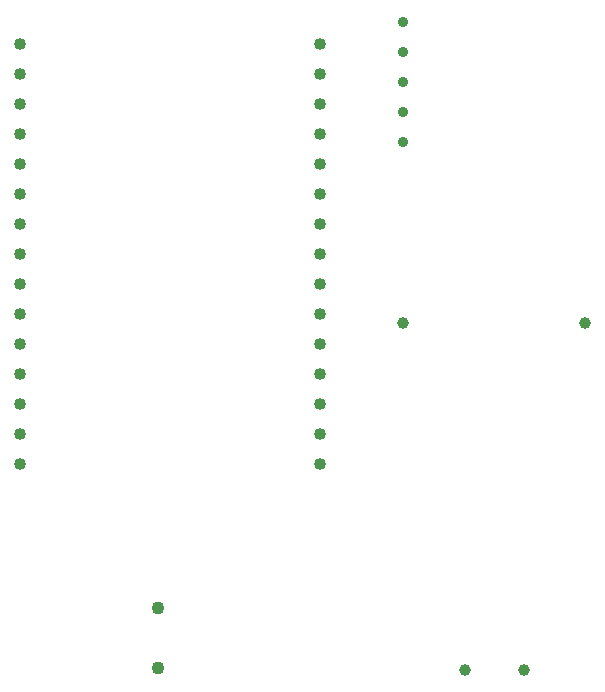
<source format=gbr>
%FSTAX23Y23*%
%MOIN*%
%SFA1B1*%

%IPPOS*%
%ADD42C,0.040157*%
%ADD43C,0.035000*%
%ADD44C,0.039370*%
%ADD45C,0.043307*%
G54D42*
X0224Y02005D03*
Y02105D03*
Y02205D03*
Y02305D03*
Y02405D03*
Y02505D03*
Y02605D03*
Y02705D03*
Y02805D03*
Y02905D03*
Y03005D03*
Y03105D03*
Y03205D03*
Y03305D03*
Y03405D03*
X0124Y02005D03*
Y02105D03*
Y02205D03*
Y02305D03*
Y02405D03*
Y02505D03*
Y02605D03*
Y02705D03*
Y02805D03*
Y02905D03*
Y03005D03*
Y03105D03*
Y03205D03*
Y03305D03*
Y03405D03*
G54D43*
X02515Y0308D03*
Y0318D03*
Y0328D03*
Y0338D03*
Y0348D03*
G54D44*
X02721Y01321D03*
X02918D03*
X02516Y02478D03*
X03123D03*
G54D45*
X017Y01325D03*
Y01525D03*
M02*
</source>
